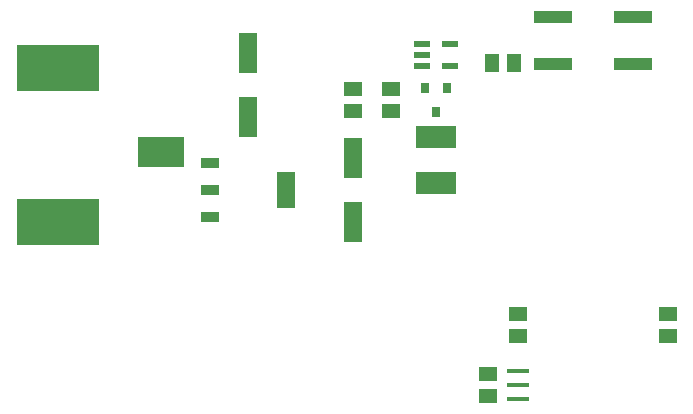
<source format=gbr>
G04 EAGLE Gerber RS-274X export*
G75*
%MOMM*%
%FSLAX34Y34*%
%LPD*%
%INSolderpaste Top*%
%IPPOS*%
%AMOC8*
5,1,8,0,0,1.08239X$1,22.5*%
G01*
%ADD10R,1.600000X3.500000*%
%ADD11R,1.500000X1.300000*%
%ADD12R,4.000000X2.500000*%
%ADD13R,7.000000X4.000000*%
%ADD14R,1.300000X1.500000*%
%ADD15R,3.311800X1.111800*%
%ADD16R,1.600200X0.838200*%
%ADD17R,1.600200X3.048000*%
%ADD18R,1.900000X0.400000*%
%ADD19R,1.320800X0.558800*%
%ADD20R,0.787400X0.889000*%
%ADD21R,3.400000X1.900000*%


D10*
X241300Y366700D03*
X241300Y420700D03*
X330200Y277800D03*
X330200Y331800D03*
D11*
X469900Y200000D03*
X469900Y181000D03*
X596900Y181000D03*
X596900Y200000D03*
D12*
X167700Y336900D03*
D13*
X80200Y407900D03*
X80200Y277900D03*
D14*
X447700Y412750D03*
X466700Y412750D03*
D11*
X444500Y130200D03*
X444500Y149200D03*
D15*
X499400Y451800D03*
X499400Y411800D03*
X567400Y411800D03*
X567400Y451800D03*
D16*
X209296Y327800D03*
X209296Y304800D03*
X209296Y281800D03*
D17*
X273304Y304800D03*
D18*
X469900Y151700D03*
X469900Y139700D03*
X469900Y127700D03*
D19*
X388112Y428600D03*
X388112Y419100D03*
X388112Y409600D03*
X411988Y409600D03*
X411988Y428600D03*
D20*
X409956Y391160D03*
X390652Y391160D03*
X400304Y370840D03*
D21*
X400050Y349700D03*
X400050Y310700D03*
D11*
X330200Y371500D03*
X330200Y390500D03*
X361950Y390500D03*
X361950Y371500D03*
M02*

</source>
